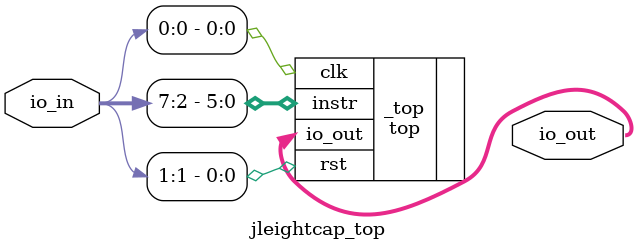
<source format=v>
`timescale 100fs/100fs
`define default_netname none


module jleightcap_top( input wire  [7:0] io_in
                     , output wire [7:0] io_out
                     );

    top _top( .clk(io_in[0])
            , .rst(io_in[1])
            , .instr(io_in[7:2])
            , .io_out(io_out)
            );

endmodule

</source>
